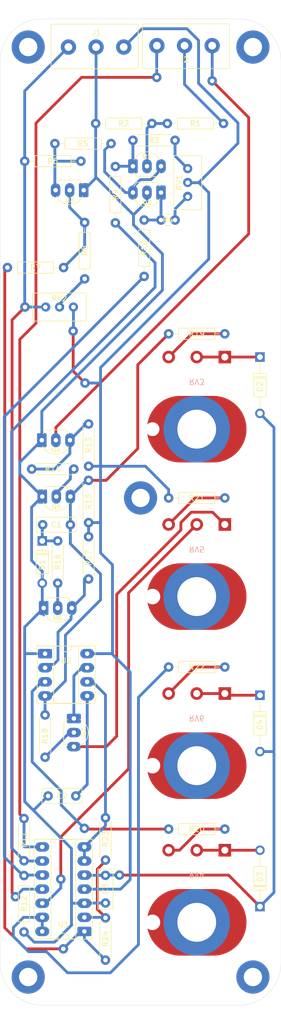
<source format=kicad_pcb>
(kicad_pcb (version 20241229) (generator "pcbnew") (generator_version "9.0")
  (layers (0 "F.Cu" signal) (2 "B.Cu" signal) (13 "F.Paste" user) (15 "B.Paste" user) (5 "F.SilkS" user "F.Silkscreen") (7 "B.SilkS" user "B.Silkscreen") (1 "F.Mask" user) (3 "B.Mask" user) (25 "Edge.Cuts" user))
  (net 0 "")
  (net 1 "Net-(D1-K)")
  (net 2 "Net-(Q5-C)")
  (net 3 "Net-(U2-CV)")
  (net 4 "GND")
  (net 5 "Net-(D2-A)")
  (net 6 "Net-(D2-K)")
  (net 7 "Net-(D3-A)")
  (net 8 "Net-(D4-K)")
  (net 9 "VCC")
  (net 10 "VEE")
  (net 11 "ENV_VCA")
  (net 12 "GATE")
  (net 13 "VCF_ENV")
  (net 14 "Net-(Q1-E)")
  (net 15 "Net-(Q1-B)")
  (net 16 "Net-(Q1-C)")
  (net 17 "Net-(Q2-C)")
  (net 18 "Net-(Q3-E)")
  (net 19 "Net-(Q3-B)")
  (net 20 "Net-(Q4-C)")
  (net 21 "Net-(Q5-B)")
  (net 22 "Net-(Q6-C)")
  (net 23 "Net-(Q6-B)")
  (net 24 "Net-(Q7-D)")
  (net 25 "Net-(Q7-S)")
  (net 26 "Net-(Q7-G)")
  (net 27 "Net-(R3-Pad2)")
  (net 28 "Net-(R4-Pad2)")
  (net 29 "ENV")
  (net 30 "Net-(R8-Pad2)")
  (net 31 "Net-(R19-Pad1)")
  (net 32 "Net-(U2-Q)")
  (net 33 "Net-(R20-Pad1)")
  (net 34 "Net-(R21-Pad2)")
  (net 35 "Net-(R22-Pad1)")
  (net 36 "Net-(U1B--)")
  (net 37 "Net-(U1D--)")
  (net 38 "Net-(U1C--)")
  (net 39 "Net-(U1C-+)")
  (net 40 "Net-(U1D-+)")
  (net 41 "Net-(U1A--)")
  (footprint "User:D_P7.62mm_CNC" (layer "F.Cu") (at 33.02 109.347 -90)
    (property "Reference" "D1" (hide yes))
    (property "Value" "1N4148")
  )
  (footprint "User:D_P10.16mm_CNC" (layer "F.Cu") (at 72.39 76.2 -90)
    (property "Reference" "D2" (hide yes))
    (property "Value" "1N4148")
  )
  (footprint "User:R_7.62mm_CNC" (layer "F.Cu") (at 41.402 88.265 -90)
    (property "Reference" "R13" (hide yes))
    (property "Value" "47k")
  )
  (footprint "User:R_7.62mm_CNC" (layer "F.Cu") (at 35.814 116.967 90)
    (property "Reference" "R16" (hide yes))
    (property "Value" "100k")
  )
  (footprint "User:R_2.54mm_CNC" (layer "F.Cu") (at 54.499194 51.500494)
    (property "Reference" "R4" (hide yes))
    (property "Value" "1k 1%")
  )
  (footprint "User:R_10.16mm_CNC" (layer "F.Cu") (at 46.241694 52.008494 90)
    (property "Reference" "R9" (hide yes))
    (property "Value" "10k")
  )
  (footprint "User:Potentiometer_Trim_CNC" (layer "F.Cu") (at 36.155 67.183)
    (property "Reference" "RV2" (hide yes))
    (property "Value" "100k")
  )
  (footprint "User:TO-92_CNC" (layer "F.Cu") (at 51.956694 46.547494 180)
    (property "Reference" "Q2" (hide yes))
    (property "Value" "BC548")
  )
  (footprint "User:R_10.16mm_CNC" (layer "F.Cu") (at 40.687 51.943 -90)
    (property "Reference" "R8" (hide yes))
    (property "Value" "22k")
  )
  (footprint "User:C_Rect_P5.00mm_CNC" (layer "F.Cu") (at 34.076 155.321)
    (property "Reference" "C2" (hide yes))
    (property "Value" "10n")
  )
  (footprint "User:TO-92_CNC" (layer "F.Cu") (at 35.814 121.433 180)
    (property "Reference" "Q6" (hide yes))
    (property "Value" "BC548")
  )
  (footprint "User:R_10.16mm_CNC" (layer "F.Cu") (at 66.04 132.08 180)
    (property "Reference" "R22" (hide yes))
    (property "Value" "100")
  )
  (footprint "User:TO-92_CNC" (layer "F.Cu") (at 35.56 101.346 180)
    (property "Reference" "Q5" (hide yes))
    (property "Value" "BC548")
  )
  (footprint "User:R_10.16mm_CNC" (layer "F.Cu") (at 51.448694 61.660494 90)
    (property "Reference" "R10" (hide yes))
    (property "Value" "10k")
  )
  (footprint "User:DIP-14_CNC" (layer "F.Cu") (at 40.64 179.742188 180)
    (property "Reference" "U1" (hide yes))
    (property "Value" "TL074")
  )
  (footprint "User:R_10.16mm_CNC" (layer "F.Cu") (at 29.845 40.894)
    (property "Reference" "R6" (hide yes))
    (property "Value" "10k")
  )
  (footprint "User:R_7.62mm_CNC" (layer "F.Cu") (at 38.735 96.393 180)
    (property "Reference" "R14" (hide yes))
    (property "Value" "220k")
  )
  (footprint "User:D_P10.16mm_CNC" (layer "F.Cu") (at 72.39 175.26 90)
    (property "Reference" "D3" (hide yes))
    (property "Value" "1N4148")
  )
  (footprint "User:C_Rect_P5.00mm_CNC" (layer "F.Cu") (at 38.1 106.426 180)
    (property "Reference" "C1" (hide yes))
    (property "Value" "1n")
  )
  (footprint "User:R_10.16mm_CNC" (layer "F.Cu") (at 35.306 37.719)
    (property "Reference" "R5" (hide yes))
    (property "Value" "22k")
  )
  (footprint "User:TerminalBlock_1x3_CNC" (layer "F.Cu") (at 63.754 20.066 180)
    (property "Reference" "J2" (hide yes))
    (property "Value" "Conn_01x03_Socket")
  )
  (footprint "User:DIP8_CNC" (layer "F.Cu") (at 33.528 129.667)
    (property "Reference" "U2" (hide yes))
    (property "Value" "NA555P")
  )
  (footprint "User:R_10.16mm_CNC" (layer "F.Cu") (at 29.718 169.672 -90)
    (property "Reference" "R12" (hide yes))
    (property "Value" "680k")
  )
  (footprint "User:Potentiometer_Trim_CNC" (layer "F.Cu") (at 59.322694 44.729494 90)
    (property "Reference" "RV1" (hide yes))
    (property "Value" "1k")
  )
  (footprint "User:R_7.62mm_CNC" (layer "F.Cu") (at 44.45 166.878 90)
    (property "Reference" "R23" (hide yes))
    (property "Value" "100k")
  )
  (footprint "User:R_10.16mm_CNC" (layer "F.Cu") (at 55.88 101.6)
    (property "Reference" "R21" (hide yes))
    (property "Value" "47k")
  )
  (footprint "User:R_7.62mm_CNC" (layer "F.Cu") (at 29.718 159.385 -90)
    (property "Reference" "R11" (hide yes))
    (property "Value" "680k")
  )
  (footprint "User:R_7.62mm_CNC" (layer "F.Cu") (at 44.45 184.912 90)
    (property "Reference" "R24" (hide yes))
    (property "Value" "100k")
  )
  (footprint "User:R_7.62mm_CNC" (layer "F.Cu") (at 41.402 116.205 90)
    (property "Reference" "R17" (hide yes))
    (property "Value" "47k")
  )
  (footprint "User:R_7.62mm_CNC" (layer "F.Cu") (at 33.528 148.336 90)
    (property "Reference" "R18" (hide yes))
    (property "Value" "1M")
  )
  (footprint "User:TerminalBlock_1x3_CNC" (layer "F.Cu") (at 37.752 20.32)
    (property "Reference" "J1" (hide yes))
    (property "Value" "Conn_01x03_Socket")
  )
  (footprint "User:MountingHole_M3_CNC" (layer "F.Cu") (at 30.48 20.32 -90)
    (property "Reference" "REF**" (hide yes))
    (property "Value" "MountingHole_M3_CNC")
  )
  (footprint "User:R_7.62mm_CNC" (layer "F.Cu") (at 49.416694 37.128494)
    (property "Reference" "R3" (hide yes))
    (property "Value" "1k 1%")
  )
  (footprint "User:MountingHole_M3_CNC" (layer "F.Cu") (at 50.8 101.6 -90)
    (property "Reference" "REF**" (hide yes))
    (property "Value" "MountingHole_M3_CNC")
  )
  (footprint "User:TO-92_CNC" (layer "F.Cu") (at 37.973 46.122 180)
    (property "Reference" "Q3" (hide yes))
    (property "Value" "BC548")
  )
  (footprint "User:R_10.16mm_CNC" (layer "F.Cu") (at 66.04 72.009 180)
    (property "Reference" "R19" (hide yes))
    (property "Value" "100")
  )
  (footprint "User:D_P10.16mm_CNC" (layer "F.Cu") (at 72.39 137.16 -90)
    (property "Reference" "D4" (hide yes))
    (property "Value" "1N4148")
  )
  (footprint "User:TO-92_CNC" (layer "F.Cu") (at 35.48 91.186 180)
    (property "Reference" "Q4" (hide yes))
    (property "Value" "BC548")
  )
  (footprint "User:R_10.16mm_CNC" (layer "F.Cu") (at 55.639694 34.101494)
    (property "Reference" "R1" (hide yes))
    (property "Value" "220k")
  )
  (footprint "User:R_10.16mm_CNC" (layer "F.Cu") (at 36.877 60.071 180)
    (property "Reference" "R7" (hide yes))
    (property "Value" "22k")
  )
  (footprint "User:MountingHole_M3_CNC" (layer "F.Cu") (at 71.12 187.96 -90)
    (property "Reference" "REF**" (hide yes))
    (property "Value" "MountingHole_M3_CNC")
  )
  (footprint "User:MountingHole_M3_CNC" (layer "F.Cu") (at 30.48 187.96 -90)
    (property "Reference" "REF**" (hide yes))
    (property "Value" "MountingHole_M3_CNC")
  )
  (footprint "User:R_7.62mm_CNC" (layer "F.Cu") (at 41.402 98.425 -90)
    (property "Reference" "R15" (hide yes))
    (property "Value" "47k")
  )
  (footprint "User:R_10.16mm_CNC" (layer "F.Cu") (at 42.685694 34.101494)
    (property "Reference" "R2" (hide yes))
    (property "Value" "820")
  )
  (footprint "User:MountingHole_M3_CNC" (layer "F.Cu") (at 71.12 20.32 -90)
    (property "Reference" "REF**" (hide yes))
    (property "Value" "MountingHole_M3_CNC")
  )
  (footprint "User:R_10.16mm_CNC" (layer "F.Cu") (at 66.04 161.29 180)
    (property "Reference" "R20" (hide yes))
    (property "Value" "100")
  )
  (footprint "User:TO-92_CNC" (layer "F.Cu") (at 51.956694 41.806494)
    (property "Reference" "Q1" (hide yes))
    (property "Value" "BC548")
  )
  (footprint "User:C_Rect_P5.00mm_CNC" (layer "F.Cu") (at 44.45 174.622188 90)
    (property "Reference" "C3" (hide yes))
    (property "Value" "4u7")
  )
  (footprint "User:TO-92_CNC" (layer "F.Cu") (at 38.735 143.891 -90)
    (property "Reference" "Q7" (hide yes))
    (property "Value" "2N7000")
  )
  (footprint "User:Potentiometer_PanelMount_CNC" (layer "B.Cu") (at 60.96 149.86)
    (property "Reference" "RV6" (hide yes))
    (property "Value" "A1M")
  )
  (footprint "User:Potentiometer_PanelMount_CNC" (layer "B.Cu") (at 60.96 178.1)
    (property "Reference" "RV4" (hide yes))
    (property "Value" "A1M")
  )
  (footprint "User:Potentiometer_PanelMount_CNC" (layer "B.Cu") (at 60.96 119.38)
    (property "Reference" "RV5" (hide yes))
    (property "Value" "B100k")
  )
  (footprint "User:Potentiometer_PanelMount_CNC" (layer "B.Cu") (at 60.96 89.2)
    (property "Reference" "RV3" (hide yes))
    (property "Value" "A1M")
  )
  (gr_line (start 76.2 22.86) (end 76.2 185.42) (stroke (width 0.05)) (layer "Edge.Cuts"))
  (gr_arc (start 25.4 22.86) (mid 27.631846 17.471846) (end 33.02 15.24) (stroke (width 0.05)) (layer "Edge.Cuts"))
  (gr_arc (start 76.2 185.42) (mid 73.968154 190.808154) (end 68.58 193.04) (stroke (width 0.05)) (layer "Edge.Cuts"))
  (gr_arc (start 33.02 193.04) (mid 27.631846 190.808154) (end 25.4 185.42) (stroke (width 0.05)) (layer "Edge.Cuts"))
  (gr_arc (start 68.58 15.24) (mid 73.968154 17.471846) (end 76.2 22.86) (stroke (width 0.05)) (layer "Edge.Cuts"))
  (gr_line (start 68.58 193.04) (end 33.02 193.04) (stroke (width 0.05)) (layer "Edge.Cuts"))
  (gr_line (start 25.4 185.42) (end 25.4 22.86) (stroke (width 0.05)) (layer "Edge.Cuts"))
  (gr_line (start 33.02 15.24) (end 68.58 15.24) (stroke (width 0.05)) (layer "Edge.Cuts"))
  (segment (start 33.1 108.886) (end 33.02 108.966) (width 0.508) (layer "B.Cu") (net 1))
  (segment (start 35.814 109.347) (end 33.02 109.347) (width 0.508) (layer "B.Cu") (net 1))
  (segment (start 33.02 106.506) (end 33.1 106.426) (width 0.508) (layer "B.Cu") (net 1))
  (segment (start 33.02 109.347) (end 33.02 106.506) (width 0.508) (layer "B.Cu") (net 1))
  (segment (start 55.88 72.009) (end 50.292 77.597) (width 0.508) (layer "F.Cu") (net 2))
  (segment (start 44.577 98.425) (end 41.402 98.425) (width 0.508) (layer "F.Cu") (net 2))
  (segment (start 50.292 92.71) (end 44.577 98.425) (width 0.508) (layer "F.Cu") (net 2))
  (segment (start 50.292 77.597) (end 50.292 92.71) (width 0.508) (layer "F.Cu") (net 2))
  (segment (start 43.561 115.316) (end 43.561 119.979308) (width 0.508) (layer "B.Cu") (net 2))
  (segment (start 38.1 109.855) (end 43.561 115.316) (width 0.508) (layer "B.Cu") (net 2))
  (segment (start 33.528 140.716) (end 33.528 137.287) (width 0.508) (layer "B.Cu") (net 2))
  (segment (start 37.211 134.5692) (end 34.4932 137.287) (width 0.508) (layer "B.Cu") (net 2))
  (segment (start 41.402 98.425) (end 41.021 98.425) (width 0.508) (layer "B.Cu") (net 2))
  (segment (start 37.211 126.329308) (end 37.211 134.5692) (width 0.508) (layer "B.Cu") (net 2))
  (segment (start 38.1 101.346) (end 38.1 106.426) (width 0.508) (layer "B.Cu") (net 2))
  (segment (start 43.561 119.979308) (end 37.211 126.329308) (width 0.508) (layer "B.Cu") (net 2))
  (segment (start 41.021 98.425) (end 38.1 101.346) (width 0.508) (layer "B.Cu") (net 2))
  (segment (start 34.4932 137.287) (end 33.528 137.287) (width 0.508) (layer "B.Cu") (net 2))
  (segment (start 38.1 106.426) (end 38.1 109.855) (width 0.508) (layer "B.Cu") (net 2))
  (segment (start 41.148 137.287) (end 41.148 153.249) (width 0.508) (layer "B.Cu") (net 3))
  (segment (start 41.148 153.249) (end 39.076 155.321) (width 0.508) (layer "B.Cu") (net 3))
  (segment (start 33.274 121.433) (end 33.274 122.703) (width 0.508) (layer "B.Cu") (net 4))
  (segment (start 33.274 121.433) (end 29.845 124.862) (width 0.508) (layer "B.Cu") (net 4))
  (segment (start 31.0886 103.2774) (end 31.0886 112.8766) (width 0.508) (layer "B.Cu") (net 4))
  (segment (start 42.685694 34.101494) (end 42.685694 43.741881) (width 0.508) (layer "B.Cu") (net 4))
  (segment (start 31.0886 112.8766) (end 33.02 114.808) (width 0.508) (layer "B.Cu") (net 4))
  (segment (start 32.94 91.186) (end 28.956 95.17) (width 0.508) (layer "B.Cu") (net 4))
  (segment (start 33.528 129.667) (end 34.125812 129.667) (width 0.508) (layer "B.Cu") (net 4))
  (segment (start 42.685694 43.741881) (end 49.517294 50.573481) (width 0.508) (layer "B.Cu") (net 4))
  (segment (start 33.02 116.967) (end 33.02 121.179) (width 0.508) (layer "B.Cu") (net 4))
  (segment (start 54.750694 57.596494) (end 54.750694 64.156998) (width 0.508) (layer "B.Cu") (net 4))
  (segment (start 32.94 85.967692) (end 32.94 91.186) (width 0.508) (layer "B.Cu") (net 4))
  (segment (start 40.64 174.662188) (end 38.339388 174.662188) (width 0.508) (layer "B.Cu") (net 4))
  (segment (start 42.752 34.035188) (end 42.685694 34.101494) (width 0.508) (layer "B.Cu") (net 4))
  (segment (start 38.3022 178.5102) (end 38.354 178.562) (width 0.508) (layer "B.Cu") (net 4))
  (segment (start 35.242412 181.673588) (end 31.559588 181.673588) (width 0.508) (layer "B.Cu") (net 4))
  (segment (start 42.752 20.32) (end 42.752 34.035188) (width 0.508) (layer "B.Cu") (net 4))
  (segment (start 40.68 174.622188) (end 40.64 174.662188) (width 0.508) (layer "B.Cu") (net 4))
  (segment (start 33.528 129.667) (end 29.845 129.667) (width 0.508) (layer "B.Cu") (net 4))
  (segment (start 49.517294 50.573481) (end 51.956694 48.134081) (width 0.508) (layer "B.Cu") (net 4))
  (segment (start 31.4325 157.9245) (end 38.3022 164.7942) (width 0.508) (layer "B.Cu") (net 4))
  (segment (start 31.559588 181.673588) (end 29.718 179.832) (width 0.508) (layer "B.Cu") (net 4))
  (segment (start 38.3022 174.625) (end 38.3022 178.5102) (width 0.508) (layer "B.Cu") (net 4))
  (segment (start 33.274 121.433) (end 33.655 121.814) (width 0.508) (layer "B.Cu") (net 4))
  (segment (start 28.956 97.282) (end 33.02 101.346) (width 0.508) (layer "B.Cu") (net 4))
  (segment (start 29.845 124.862) (end 29.845 129.667) (width 0.508) (layer "B.Cu") (net 4))
  (segment (start 33.02 121.179) (end 33.274 121.433) (width 0.508) (layer "B.Cu") (net 4))
  (segment (start 54.750694 64.156998) (end 32.94 85.967692) (width 0.508) (layer "B.Cu") (net 4))
  (segment (start 28.956 95.17) (end 28.956 97.282) (width 0.508) (layer "B.Cu") (net 4))
  (segment (start 51.956694 48.134081) (end 51.956694 46.547494) (width 0.508) (layer "B.Cu") (net 4))
  (segment (start 38.339388 174.662188) (end 38.3022 174.625) (width 0.508) (layer "B.Cu") (net 4))
  (segment (start 34.076 155.321) (end 34.036 155.321) (width 0.508) (layer "B.Cu") (net 4))
  (segment (start 29.845 156.337) (end 31.4325 157.9245) (width 0.508) (layer "B.Cu") (net 4))
  (segment (start 33.02 101.346) (end 31.0886 103.2774) (width 0.508) (layer "B.Cu") (net 4))
  (segment (start 42.685694 43.949306) (end 40.513 46.122) (width 0.508) (layer "B.Cu") (net 4))
  (segment (start 33.02 114.808) (end 33.02 116.967) (width 0.508) (layer "B.Cu") (net 4))
  (segment (start 49.517294 50.573481) (end 49.517294 52.363094) (width 0.508) (layer "B.Cu") (net 4))
  (segment (start 38.3022 164.7942) (end 38.3022 174.625) (width 0.508) (layer "B.Cu") (net 4))
  (segment (start 29.845 129.667) (end 29.845 156.337) (width 0.508) (layer "B.Cu") (net 4))
  (segment (start 42.685694 43.741881) (end 42.685694 43.949306) (width 0.508) (layer "B.Cu") (net 4))
  (segment (start 34.036 155.321) (end 31.4325 157.9245) (width 0.508) (layer "B.Cu") (net 4))
  (segment (start 49.517294 52.363094) (end 54.750694 57.596494) (width 0.508) (layer "B.Cu") (net 4))
  (segment (start 44.45 174.622188) (end 40.68 174.622188) (width 0.508) (layer "B.Cu") (net 4))
  (segment (start 38.354 178.562) (end 35.242412 181.673588) (width 0.508) (layer "B.Cu") (net 4))
  (segment (start 66.717188 169.587188) (end 72.39 175.26) (width 0.508) (layer "F.Cu") (net 5))
  (segment (start 46.99 169.587188) (end 66.717188 169.587188) (width 0.508) (layer "F.Cu") (net 5))
  (via (at 46.99 169.587188) (size 1.7272) (drill 0.8128) (layers "F.Cu" "B.Cu") (net 5))
  (segment (start 74.93 147.32) (end 74.93 172.72) (width 0.508) (layer "B.Cu") (net 5))
  (segment (start 72.39 147.32) (end 74.93 147.32) (width 0.508) (layer "B.Cu") (net 5))
  (segment (start 74.93 172.72) (end 72.39 175.26) (width 0.508) (layer "B.Cu") (net 5))
  (segment (start 44.485 169.587188) (end 44.45 169.622188) (width 0.508) (layer "B.Cu") (net 5))
  (segment (start 72.39 86.36) (end 74.93 88.9) (width 0.508) (layer "B.Cu") (net 5))
  (segment (start 44.45 169.622188) (end 40.68 169.622188) (width 0.508) (layer "B.Cu") (net 5))
  (segment (start 40.68 169.622188) (end 40.64 169.582188) (width 0.508) (layer "B.Cu") (net 5))
  (segment (start 74.93 88.9) (end 74.93 147.32) (width 0.508) (layer "B.Cu") (net 5))
  (segment (start 46.99 169.587188) (end 44.485 169.587188) (width 0.508) (layer "B.Cu") (net 5))
  (segment (start 72.39 76.2) (end 66.04 76.2) (width 0.508) (layer "F.Cu") (net 6))
  (segment (start 66.04 76.2) (end 60.96 76.2) (width 0.508) (layer "F.Cu") (net 6))
  (segment (start 66.04 165.1) (end 60.96 165.1) (width 0.508) (layer "F.Cu") (net 7))
  (segment (start 72.39 165.1) (end 66.04 165.1) (width 0.508) (layer "F.Cu") (net 7))
  (segment (start 66.34 137.16) (end 66.04 136.86) (width 0.508) (layer "F.Cu") (net 8))
  (segment (start 66.04 136.86) (end 60.96 136.86) (width 0.508) (layer "F.Cu") (net 8))
  (segment (start 72.39 137.16) (end 66.34 137.16) (width 0.508) (layer "F.Cu") (net 8))
  (segment (start 38.608 78.74) (end 40.752845 80.884845) (width 0.508) (layer "F.Cu") (net 9))
  (segment (start 38.608 71.501) (end 38.608 78.74) (width 0.508) (layer "F.Cu") (net 9))
  (via (at 38.608 71.501) (size 1.7272) (drill 0.8128) (layers "F.Cu" "B.Cu") (net 9))
  (via (at 40.752845 80.884845) (size 1.7272) (drill 0.8128) (layers "F.Cu" "B.Cu") (net 9))
  (segment (start 63.132694 58.533306) (end 43.561 78.105) (width 0.508) (layer "B.Cu") (net 9))
  (segment (start 48.9214 132.9954) (end 45.72 129.794) (width 0.508) (layer "B.Cu") (net 9))
  (segment (start 48.9214 170.387201) (end 48.9214 132.9954) (width 0.508) (layer "B.Cu") (net 9))
  (segment (start 61.2892 26.859587) (end 68.414894 33.985281) (width 0.508) (layer "B.Cu") (net 9))
  (segment (start 41.402 95.885) (end 43.561 95.885) (width 0.508) (layer "B.Cu") (net 9))
  (segment (start 40.752845 80.884845) (end 43.546845 80.884845) (width 0.508) (layer "B.Cu") (net 9))
  (segment (start 43.561 111.506) (end 45.72 113.665) (width 0.508) (layer "B.Cu") (net 9))
  (segment (start 38.655 71.454) (end 38.608 71.501) (width 0.508) (layer "B.Cu") (net 9))
  (segment (start 61.314694 44.769494) (end 59.322694 44.769494) (width 0.508) (layer "B.Cu") (net 9))
  (segment (start 41.402 106.045) (end 41.402 108.585) (width 0.508) (layer "B.Cu") (net 9))
  (segment (start 61.314694 44.769494) (end 61.354694 44.769494) (width 0.508) (layer "B.Cu") (net 9))
  (segment (start 61.2892 19.115446) (end 61.2892 26.859587) (width 0.508) (layer "B.Cu") (net 9))
  (segment (start 63.132694 46.547494) (end 63.132694 58.533306) (width 0.508) (layer "B.Cu") (net 9))
  (segment (start 43.561 78.105) (end 43.561 80.899) (width 0.508) (layer "B.Cu") (net 9))
  (segment (start 40.64 172.122188) (end 47.186413 172.122188) (width 0.508) (layer "B.Cu") (net 9))
  (segment (start 41.402 106.045) (end 43.561 106.045) (width 0.508) (layer "B.Cu") (net 9))
  (segment (start 61.354694 44.769494) (end 63.132694 46.547494) (width 0.508) (layer "B.Cu") (net 9))
  (segment (start 68.414894 33.985281) (end 68.414894 37.669294) (width 0.508) (layer "B.Cu") (net 9))
  (segment (start 51.689 95.885) (end 43.561 95.885) (width 0.508) (layer "B.Cu") (net 9))
  (segment (start 40.64 172.122188) (end 40.042188 172.122188) (width 0.508) (layer "B.Cu") (net 9))
  (segment (start 55.88 101.6) (end 55.88 100.076) (width 0.508) (layer "B.Cu") (net 9))
  (segment (start 55.88 100.076) (end 51.689 95.885) (width 0.508) (layer "B.Cu") (net 9))
  (segment (start 43.546845 80.884845) (end 43.561 80.899) (width 0.508) (layer "B.Cu") (net 9))
  (segment (start 43.561 80.899) (end 43.561 95.885) (width 0.508) (layer "B.Cu") (net 9))
  (segment (start 41.148 129.667) (end 45.593 129.667) (width 0.508) (layer "B.Cu") (net 9))
  (segment (start 47.186413 172.122188) (end 48.9214 170.387201) (width 0.508) (layer "B.Cu") (net 9))
  (segment (start 38.655 67.183) (end 38.655 71.454) (width 0.508) (layer "B.Cu") (net 9))
  (segment (start 45.593 129.667) (end 45.72 129.794) (width 0.508) (layer "B.Cu") (net 9))
  (segment (start 43.561 106.045) (end 43.561 111.506) (width 0.508) (layer "B.Cu") (net 9))
  (segment (start 59.191754 17.018) (end 61.2892 19.115446) (width 0.508) (layer "B.Cu") (net 9))
  (segment (start 43.561 95.885) (end 43.561 106.045) (width 0.508) (layer "B.Cu") (net 9))
  (segment (start 68.414894 37.669294) (end 61.314694 44.769494) (width 0.508) (layer "B.Cu") (net 9))
  (segment (start 51.054 17.018) (end 59.191754 17.018) (width 0.508) (layer "B.Cu") (net 9))
  (segment (start 47.752 20.32) (end 51.054 17.018) (width 0.508) (layer "B.Cu") (net 9))
  (segment (start 45.72 113.665) (end 45.72 129.794) (width 0.508) (layer "B.Cu") (net 9))
  (segment (start 27.559 171.4246) (end 27.559 69.516) (width 0.508) (layer "F.Cu") (net 10))
  (segment (start 29.892 67.183) (end 29.845 67.136) (width 0.508) (layer "F.Cu") (net 10))
  (segment (start 27.559 69.516) (end 29.892 67.183) (width 0.508) (layer "F.Cu") (net 10))
  (segment (start 27.559 171.4246) (end 27.559 172.8734) (width 0.508) (layer "F.Cu") (net 10))
  (segment (start 27.559 172.8734) (end 28.1676 173.482) (width 0.508) (layer "F.Cu") (net 10))
  (via (at 28.1676 173.482) (size 1.7272) (drill 0.8128) (layers "F.Cu" "B.Cu") (net 10))
  (via (at 29.892 67.183) (size 1.7272) (drill 0.8128) (layers "F.Cu" "B.Cu") (net 10))
  (segment (start 29.845 28.227) (end 37.752 20.32) (width 0.508) (layer "B.Cu") (net 10))
  (segment (start 29.527412 172.122188) (end 33.02 172.122188) (width 0.508) (layer "B.Cu") (net 10))
  (segment (start 29.845 40.894) (end 29.845 67.136) (width 0.508) (layer "B.Cu") (net 10))
  (segment (start 29.845 67.136) (end 29.892 67.183) (width 0.508) (layer "B.Cu") (net 10))
  (segment (start 33.575 67.183) (end 29.892 67.183) (width 0.508) (layer "B.Cu") (net 10))
  (segment (start 28.1676 173.482) (end 29.527412 172.122188) (width 0.508) (layer "B.Cu") (net 10))
  (segment (start 29.845 40.894) (end 29.845 28.227) (width 0.508) (layer "B.Cu") (net 10))
  (segment (start 28.956 73.025) (end 31.877 70.104) (width 0.508) (layer "F.Cu") (net 11))
  (segment (start 31.877 70.104) (end 31.877 34.036) (width 0.508) (layer "F.Cu") (net 11))
  (segment (start 29.718 159.385) (end 28.956 158.623) (width 0.508) (layer "F.Cu") (net 11))
  (segment (start 40.132 25.781) (end 53.721 25.781) (width 0.508) (layer "F.Cu") (net 11))
  (segment (start 28.956 158.623) (end 28.956 73.025) (width 0.508) (layer "F.Cu") (net 11))
  (segment (start 31.877 34.036) (end 40.132 25.781) (width 0.508) (layer "F.Cu") (net 11))
  (via (at 53.721 25.781) (size 1.7272) (drill 0.8128) (layers "F.Cu" "B.Cu") (net 11))
  (segment (start 53.721 20.099) (end 53.721 25.781) (width 0.508) (layer "B.Cu") (net 11))
  (segment (start 29.718 159.385) (end 29.718 164.412376) (width 0.508) (layer "B.Cu") (net 11))
  (segment (start 33.02 164.502188) (end 29.807812 164.502188) (width 0.508) (layer "B.Cu") (net 11))
  (segment (start 29.718 164.412376) (end 29.807812 164.502188) (width 0.508) (layer "B.Cu") (net 11))
  (segment (start 53.754 20.066) (end 53.721 20.099) (width 0.508) (layer "B.Cu") (net 11))
  (segment (start 70.358 33.02) (end 70.358 54.011103) (width 0.508) (layer "F.Cu") (net 12))
  (segment (start 70.358 54.011103) (end 35.48 88.889103) (width 0.508) (layer "F.Cu") (net 12))
  (segment (start 63.754 26.416) (end 70.358 33.02) (width 0.508) (layer "F.Cu") (net 12))
  (segment (start 35.48 88.889103) (end 35.48 91.186) (width 0.508) (layer "F.Cu") (net 12))
  (via (at 63.754 26.416) (size 1.7272) (drill 0.8128) (layers "F.Cu" "B.Cu") (net 12))
  (segment (start 63.754 20.066) (end 63.754 26.416) (width 0.508) (layer "B.Cu") (net 12))
  (segment (start 58.754 27.0558) (end 65.799694 34.101494) (width 0.508) (layer "B.Cu") (net 13))
  (segment (start 65.879694 34.021494) (end 65.799694 34.101494) (width 0.508) (layer "B.Cu") (net 13))
  (segment (start 58.754 20.066) (end 58.754 27.0558) (width 0.508) (layer "B.Cu") (net 13))
  (segment (start 48.045094 46.547494) (end 49.416694 46.547494) (width 0.508) (layer "B.Cu") (net 14))
  (segment (start 45.466 37.719) (end 44.310294 38.874706) (width 0.508) (layer "B.Cu") (net 14))
  (segment (start 50.789294 44.209694) (end 52.691306 44.209694) (width 0.508) (layer "B.Cu") (net 14))
  (segment (start 54.496694 42.404306) (end 54.496694 41.806494) (width 0.508) (layer "B.Cu") (net 14))
  (segment (start 44.310294 42.812694) (end 48.045094 46.547494) (width 0.508) (layer "B.Cu") (net 14))
  (segment (start 49.416694 45.582294) (end 50.789294 44.209694) (width 0.508) (layer "B.Cu") (net 14))
  (segment (start 44.310294 38.874706) (end 44.310294 42.812694) (width 0.508) (layer "B.Cu") (net 14))
  (segment (start 52.691306 44.209694) (end 54.496694 42.404306) (width 0.508) (layer "B.Cu") (net 14))
  (segment (start 49.416694 46.547494) (end 49.416694 45.582294) (width 0.508) (layer "B.Cu") (net 14))
  (segment (start 55.639694 34.101494) (end 52.845694 34.101494) (width 0.508) (layer "B.Cu") (net 15))
  (segment (start 51.956694 34.990494) (end 51.956694 41.806494) (width 0.508) (layer "B.Cu") (net 15))
  (segment (start 52.845694 34.101494) (end 51.956694 34.990494) (width 0.508) (layer "B.Cu") (net 15))
  (segment (start 46.283694 41.806494) (end 46.241694 41.848494) (width 0.508) (layer "B.Cu") (net 16))
  (segment (start 49.416694 37.128494) (end 49.416694 41.806494) (width 0.508) (layer "B.Cu") (net 16))
  (segment (start 49.416694 41.806494) (end 46.283694 41.806494) (width 0.508) (layer "B.Cu") (net 16))
  (segment (start 54.496694 46.547494) (end 54.496694 51.497994) (width 0.508) (layer "B.Cu") (net 17))
  (segment (start 54.499194 51.500494) (end 51.575694 51.500494) (width 0.508) (layer "B.Cu") (net 17))
  (segment (start 54.496694 51.497994) (end 54.499194 51.500494) (width 0.508) (layer "B.Cu") (net 17))
  (segment (start 51.575694 51.500494) (end 51.448694 51.373494) (width 0.508) (layer "B.Cu") (net 17))
  (segment (start 40.005 40.894) (end 35.306 40.894) (width 0.508) (layer "B.Cu") (net 18))
  (segment (start 35.306 37.719) (end 35.433 37.719) (width 0.508) (layer "B.Cu") (net 18))
  (segment (start 35.306 40.894) (end 35.306 45.995) (width 0.508) (layer "B.Cu") (net 18))
  (segment (start 35.306 45.995) (end 35.433 46.122) (width 0.508) (layer "B.Cu") (net 18))
  (segment (start 35.306 37.719) (end 35.306 40.894) (width 0.508) (layer "B.Cu") (net 18))
  (segment (start 40.687 56.261) (end 36.877 60.071) (width 0.508) (layer "B.Cu") (net 19))
  (segment (start 40.687 51.943) (end 40.687 56.261) (width 0.508) (layer "B.Cu") (net 19))
  (segment (start 37.973 46.122) (end 37.973 49.229) (width 0.508) (layer "B.Cu") (net 19))
  (segment (start 37.973 49.229) (end 40.687 51.943) (width 0.508) (layer "B.Cu") (net 19))
  (segment (start 35.241587 96.393) (end 31.115 96.393) (width 0.508) (layer "B.Cu") (net 20))
  (segment (start 38.02 91.186) (end 38.02 93.614587) (width 0.508) (layer "B.Cu") (net 20))
  (segment (start 40.64 88.265) (end 40.64 88.566) (width 0.508) (layer "B.Cu") (net 20))
  (segment (start 40.64 88.566) (end 38.02 91.186) (width 0.508) (layer "B.Cu") (net 20))
  (segment (start 38.02 93.614587) (end 35.241587 96.393) (width 0.508) (layer "B.Cu") (net 20))
  (segment (start 38.1 98.208188) (end 35.56 100.748188) (width 0.508) (layer "B.Cu") (net 21))
  (segment (start 38.1 96.266) (end 38.1 98.208188) (width 0.508) (layer "B.Cu") (net 21))
  (segment (start 35.56 100.748188) (end 35.56 101.346) (width 0.508) (layer "B.Cu") (net 21))
  (segment (start 38.354 122.3982) (end 38.354 121.433) (width 0.508) (layer "F.Cu") (net 22))
  (segment (start 33.528 131.5984) (end 33.528 132.207) (width 0.508) (layer "B.Cu") (net 22))
  (segment (start 38.354 121.433) (end 38.227 121.56) (width 0.508) (layer "B.Cu") (net 22))
  (segment (start 40.64 119.147) (end 38.354 121.433) (width 0.508) (layer "B.Cu") (net 22))
  (segment (start 38.227 121.56) (end 38.227 123.444) (width 0.508) (layer "B.Cu") (net 22))
  (segment (start 35.8658 125.8052) (end 35.8658 130.833378) (width 0.508) (layer "B.Cu") (net 22))
  (segment (start 40.64 116.205) (end 40.64 119.147) (width 0.508) (layer "B.Cu") (net 22))
  (segment (start 38.227 123.444) (end 35.8658 125.8052) (width 0.508) (layer "B.Cu") (net 22))
  (segment (start 35.8658 130.833378) (end 35.100778 131.5984) (width 0.508) (layer "B.Cu") (net 22))
  (segment (start 35.100778 131.5984) (end 33.528 131.5984) (width 0.508) (layer "B.Cu") (net 22))
  (segment (start 32.563822 132.207) (end 33.528 132.207) (width 0.508) (layer "B.Cu") (net 22))
  (segment (start 35.814 116.967) (end 35.814 121.433) (width 0.508) (layer "B.Cu") (net 23))
  (segment (start 58.0908 107.379892) (end 46.482 118.988692) (width 0.508) (layer "F.Cu") (net 24))
  (segment (start 44.598 146.431) (end 38.735 146.431) (width 0.508) (layer "F.Cu") (net 24))
  (segment (start 63.8292 104.1692) (end 59.960108 104.1692) (width 0.508) (layer "F.Cu") (net 24))
  (segment (start 46.482 144.547) (end 44.598 146.431) (width 0.508) (layer "F.Cu") (net 24))
  (segment (start 66.04 106.38) (end 63.8292 104.1692) (width 0.508) (layer "F.Cu") (net 24))
  (segment (start 58.0908 106.038508) (end 58.0908 107.379892) (width 0.508) (layer "F.Cu") (net 24))
  (segment (start 59.960108 104.1692) (end 58.0908 106.038508) (width 0.508) (layer "F.Cu") (net 24))
  (segment (start 46.482 118.988692) (end 46.482 144.547) (width 0.508) (layer "F.Cu") (net 24))
  (segment (start 40.1828 132.207) (end 38.735 133.6548) (width 0.508) (layer "B.Cu") (net 25))
  (segment (start 38.735 133.6548) (end 38.735 141.351) (width 0.508) (layer "B.Cu") (net 25))
  (segment (start 41.148 132.207) (end 40.1828 132.207) (width 0.508) (layer "B.Cu") (net 25))
  (segment (start 37.973 143.891) (end 33.528 148.336) (width 0.508) (layer "B.Cu") (net 26))
  (segment (start 38.735 143.891) (end 37.973 143.891) (width 0.508) (layer "B.Cu") (net 26))
  (segment (start 57.036694 37.128494) (end 57.036694 39.943494) (width 0.508) (layer "B.Cu") (net 27))
  (segment (start 57.036694 39.943494) (end 59.322694 42.229494) (width 0.508) (layer "B.Cu") (net 27))
  (segment (start 57.039194 51.500494) (end 57.039194 49.512994) (width 0.508) (layer "B.Cu") (net 28))
  (segment (start 57.039194 49.512994) (end 59.322694 47.229494) (width 0.508) (layer "B.Cu") (net 28))
  (segment (start 30.034587 182.88) (end 26.2372 179.082613) (width 0.508) (layer "F.Cu") (net 29))
  (segment (start 26.2372 179.082613) (end 26.2372 60.5508) (width 0.508) (layer "F.Cu") (net 29))
  (segment (start 26.717 60.071) (end 26.209 60.579) (width 0.508) (layer "F.Cu") (net 29))
  (segment (start 26.2372 60.5508) (end 26.717 60.071) (width 0.508) (layer "F.Cu") (net 29))
  (segment (start 36.83 182.88) (end 30.034587 182.88) (width 0.508) (layer "F.Cu") (net 29))
  (via (at 36.83 182.88) (size 1.7272) (drill 0.8128) (layers "F.Cu" "B.Cu") (net 29))
  (segment (start 40.64 179.742188) (end 39.967812 179.742188) (width 0.508) (layer "B.Cu") (net 29))
  (segment (start 40.64 181.102) (end 44.45 184.912) (width 0.508) (layer "B.Cu") (net 29))
  (segment (start 39.967812 179.742188) (end 36.83 182.88) (width 0.508) (layer "B.Cu") (net 29))
  (segment (start 40.64 179.742188) (end 40.64 181.102) (width 0.508) (layer "B.Cu") (net 29))
  (segment (start 36.155 66.635) (end 36.155 67.183) (width 0.508) (layer "B.Cu") (net 30))
  (segment (start 40.687 62.103) (end 36.155 66.635) (width 0.508) (layer "B.Cu") (net 30))
  (segment (start 66.04 72.009) (end 60.071 72.009) (width 0.508) (layer "F.Cu") (net 31))
  (segment (start 60.071 72.009) (end 55.88 76.2) (width 0.508) (layer "F.Cu") (net 31))
  (segment (start 40.767 161.29) (end 55.88 161.29) (width 0.508) (layer "F.Cu") (net 32))
  (segment (start 40.64 161.163) (end 40.767 161.29) (width 0.508) (layer "F.Cu") (net 32))
  (via (at 40.64 161.163) (size 1.7272) (drill 0.8128) (layers "F.Cu" "B.Cu") (net 32))
  (segment (start 32.930188 134.747) (end 33.528 134.747) (width 0.508) (layer "B.Cu") (net 32))
  (segment (start 40.64 161.163) (end 36.449 156.972) (width 0.508) (layer "B.Cu") (net 32))
  (segment (start 31.1902 136.486988) (end 32.930188 134.747) (width 0.508) (layer "B.Cu") (net 32))
  (segment (start 36.449 156.972) (end 36.449 154.432) (width 0.508) (layer "B.Cu") (net 32))
  (segment (start 36.449 154.432) (end 31.1902 149.1732) (width 0.508) (layer "B.Cu") (net 32))
  (segment (start 31.1902 149.1732) (end 31.1902 136.486988) (width 0.508) (layer "B.Cu") (net 32))
  (segment (start 57.833456 165.1) (end 55.88 165.1) (width 0.508) (layer "F.Cu") (net 33))
  (segment (start 66.04 161.29) (end 61.643456 161.29) (width 0.508) (layer "F.Cu") (net 33))
  (segment (start 61.643456 161.29) (end 57.833456 165.1) (width 0.508) (layer "F.Cu") (net 33))
  (segment (start 60.66 101.6) (end 55.88 106.38) (width 0.508) (layer "F.Cu") (net 34))
  (segment (start 66.04 101.6) (end 60.66 101.6) (width 0.508) (layer "F.Cu") (net 34))
  (segment (start 60.66 132.08) (end 55.88 136.86) (width 0.508) (layer "F.Cu") (net 35))
  (segment (start 66.04 132.08) (end 60.66 132.08) (width 0.508) (layer "F.Cu") (net 35))
  (segment (start 41.275 134.62) (end 41.148 134.747) (width 0.508) (layer "B.Cu") (net 36))
  (segment (start 42.1132 134.747) (end 44.45 137.0838) (width 0.508) (layer "B.Cu") (net 36))
  (segment (start 44.45 159.258) (end 44.45 160.692188) (width 0.508) (layer "B.Cu") (net 36))
  (segment (start 41.148 134.747) (end 42.1132 134.747) (width 0.508) (layer "B.Cu") (net 36))
  (segment (start 44.45 137.0838) (end 44.45 159.258) (width 0.508) (layer "B.Cu") (net 36))
  (segment (start 44.45 160.692188) (end 40.64 164.502188) (width 0.508) (layer "B.Cu") (net 36))
  (segment (start 40.64 164.502188) (end 40.64 167.042188) (width 0.508) (layer "B.Cu") (net 36))
  (segment (start 27.7866 179.031987) (end 27.7866 180.632013) (width 0.508) (layer "B.Cu") (net 37))
  (segment (start 30.542587 183.388) (end 33.782 183.388) (width 0.508) (layer "B.Cu") (net 37))
  (segment (start 45.339 187.198) (end 50.419 182.118) (width 0.508) (layer "B.Cu") (net 37))
  (segment (start 27.7866 180.632013) (end 30.542587 183.388) (width 0.508) (layer "B.Cu") (net 37))
  (segment (start 33.782 183.388) (end 37.592 187.198) (width 0.508) (layer "B.Cu") (net 37))
  (segment (start 33.02 177.202188) (end 29.616399 177.202188) (width 0.508) (layer "B.Cu") (net 37))
  (segment (start 37.592 187.198) (end 45.339 187.198) (width 0.508) (layer "B.Cu") (net 37))
  (segment (start 29.616399 177.202188) (end 27.7866 179.031987) (width 0.508) (layer "B.Cu") (net 37))
  (segment (start 33.02 179.742188) (end 33.02 177.202188) (width 0.508) (layer "B.Cu") (net 37))
  (segment (start 50.419 182.118) (end 50.419 137.541) (width 0.508) (layer "B.Cu") (net 37))
  (segment (start 50.419 137.541) (end 55.88 132.08) (width 0.508) (layer "B.Cu") (net 37))
  (segment (start 29.807812 167.042188) (end 33.02 167.042188) (width 0.508) (layer "B.Cu") (net 38))
  (segment (start 27.4838 89.554584) (end 27.4838 164.718176) (width 0.508) (layer "B.Cu") (net 38))
  (segment (start 46.241694 52.008494) (end 53.428894 59.195694) (width 0.508) (layer "B.Cu") (net 38))
  (segment (start 53.428894 59.195694) (end 53.428894 63.60949) (width 0.508) (layer "B.Cu") (net 38))
  (segment (start 53.428894 63.60949) (end 27.4838 89.554584) (width 0.508) (layer "B.Cu") (net 38))
  (segment (start 27.4838 164.718176) (end 29.807812 167.042188) (width 0.508) (layer "B.Cu") (net 38))
  (segment (start 29.526587 169.672) (end 26.162 166.307413) (width 0.508) (layer "B.Cu") (net 39))
  (segment (start 26.162 86.947188) (end 51.448694 61.660494) (width 0.508) (layer "B.Cu") (net 39))
  (segment (start 26.162 166.307413) (end 26.162 86.947188) (width 0.508) (layer "B.Cu") (net 39))
  (segment (start 33.02 169.582188) (end 29.807812 169.582188) (width 0.508) (layer "B.Cu") (net 39))
  (segment (start 29.807812 169.582188) (end 29.718 169.672) (width 0.508) (layer "B.Cu") (net 39))
  (segment (start 29.718 169.672) (end 29.526587 169.672) (width 0.508) (layer "B.Cu") (net 39))
  (segment (start 36.3718 162.699787) (end 36.3718 170.307) (width 0.508) (layer "F.Cu") (net 40))
  (segment (start 48.641 138.684) (end 48.641 150.430587) (width 0.508) (layer "F.Cu") (net 40))
  (segment (start 48.641 118.699) (end 48.641 138.684) (width 0.508) (layer "F.Cu") (net 40))
  (segment (start 48.641 150.430587) (end 36.3718 162.699787) (width 0.508) (layer "F.Cu") (net 40))
  (segment (start 60.96 106.38) (end 48.641 118.699) (width 0.508) (layer "F.Cu") (net 40))
  (via (at 36.3718 170.307) (size 1.7272) (drill 0.8128) (layers "F.Cu" "B.Cu") (net 40))
  (segment (start 33.617812 174.662188) (end 33.02 174.662188) (width 0.508) (layer "B.Cu") (net 40))
  (segment (start 36.3718 170.307) (end 36.3718 171.9082) (width 0.508) (layer "B.Cu") (net 40))
  (segment (start 36.3718 171.9082) (end 33.617812 174.662188) (width 0.508) (layer "B.Cu") (net 40))
  (segment (start 44.45 167.042188) (end 42.9758 168.516388) (width 0.508) (layer "F.Cu") (net 41))
  (segment (start 42.9758 175.727988) (end 44.45 177.202188) (width 0.508) (layer "F.Cu") (net 41))
  (segment (start 42.9758 168.516388) (end 42.9758 175.727988) (width 0.508) (layer "F.Cu") (net 41))
  (segment (start 44.45 177.202188) (end 40.64 177.202188) (width 0.508) (layer "B.Cu") (net 41))
)
</source>
